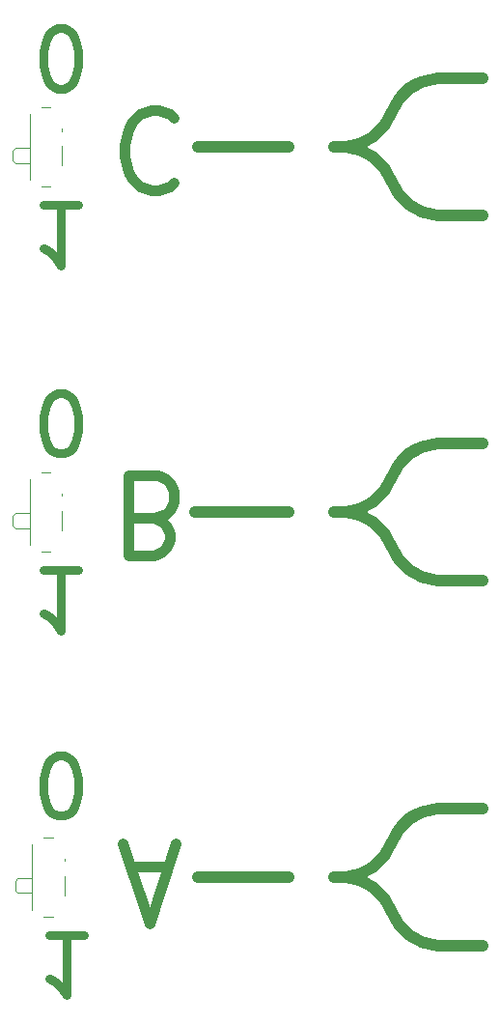
<source format=gbr>
%TF.GenerationSoftware,KiCad,Pcbnew,7.0.8*%
%TF.CreationDate,2024-03-13T10:59:52-04:00*%
%TF.ProjectId,INPUT,494e5055-542e-46b6-9963-61645f706362,rev?*%
%TF.SameCoordinates,Original*%
%TF.FileFunction,Legend,Bot*%
%TF.FilePolarity,Positive*%
%FSLAX46Y46*%
G04 Gerber Fmt 4.6, Leading zero omitted, Abs format (unit mm)*
G04 Created by KiCad (PCBNEW 7.0.8) date 2024-03-13 10:59:52*
%MOMM*%
%LPD*%
G01*
G04 APERTURE LIST*
%ADD10C,1.000000*%
%ADD11C,0.500000*%
%ADD12C,0.960000*%
%ADD13C,0.720000*%
%ADD14C,0.120000*%
%ADD15O,2.600000X2.100000*%
%ADD16O,1.000000X1.700000*%
%ADD17C,0.900000*%
%ADD18R,0.800000X1.000000*%
%ADD19R,1.500000X0.700000*%
G04 APERTURE END LIST*
D10*
X27999997Y-15999956D02*
G75*
G03*
X31999999Y-13000000I-354497J4639356D01*
G01*
X27000000Y-16000000D02*
X28000000Y-16000000D01*
D11*
X36000000Y-74000001D02*
G75*
G03*
X32000001Y-77000000I-500000J-3499999D01*
G01*
D10*
X32000040Y-50999986D02*
G75*
G03*
X28000000Y-48000000I-4354540J-1639414D01*
G01*
X32000040Y-18999986D02*
G75*
G03*
X28000000Y-16000000I-4354540J-1639414D01*
G01*
X36000004Y-10000043D02*
G75*
G03*
X32000000Y-13000000I354496J-4639357D01*
G01*
X27999997Y-79999956D02*
G75*
G03*
X31999999Y-77000000I-354497J4639356D01*
G01*
X27000000Y-48000000D02*
X28000000Y-48000000D01*
X32000040Y-82999986D02*
G75*
G03*
X28000000Y-80000000I-4354540J-1639414D01*
G01*
X40000000Y-42000000D02*
X36000000Y-42000000D01*
D11*
X36000000Y-42000001D02*
G75*
G03*
X32000001Y-45000000I-500000J-3499999D01*
G01*
D10*
X23000000Y-48000000D02*
X14750000Y-48000000D01*
D11*
X36000000Y-10000001D02*
G75*
G03*
X32000001Y-13000000I-500000J-3499999D01*
G01*
D10*
X31999960Y-19000015D02*
G75*
G03*
X36000000Y-22000000I4354540J1639415D01*
G01*
X27999997Y-47999956D02*
G75*
G03*
X31999999Y-45000000I-354497J4639356D01*
G01*
X36000004Y-74000043D02*
G75*
G03*
X32000000Y-77000000I354496J-4639357D01*
G01*
X23000000Y-80000000D02*
X15000000Y-80000000D01*
X31999960Y-83000015D02*
G75*
G03*
X36000000Y-86000000I4354540J1639415D01*
G01*
X27000000Y-80000000D02*
X28000000Y-80000000D01*
X31999960Y-51000015D02*
G75*
G03*
X36000000Y-54000000I4354540J1639415D01*
G01*
X40000000Y-10000000D02*
X36000000Y-10000000D01*
X40000000Y-86000000D02*
X36000000Y-86000000D01*
X23000000Y-16000000D02*
X15000000Y-16000000D01*
X40000000Y-54000000D02*
X36000000Y-54000000D01*
X40000000Y-22000000D02*
X36000000Y-22000000D01*
X40000000Y-74000000D02*
X36000000Y-74000000D01*
X36000004Y-42000043D02*
G75*
G03*
X32000000Y-45000000I354496J-4639357D01*
G01*
D12*
X11252857Y-48480699D02*
X12258571Y-48145461D01*
X12258571Y-48145461D02*
X12593809Y-47810223D01*
X12593809Y-47810223D02*
X12929047Y-47139747D01*
X12929047Y-47139747D02*
X12929047Y-46134033D01*
X12929047Y-46134033D02*
X12593809Y-45463557D01*
X12593809Y-45463557D02*
X12258571Y-45128319D01*
X12258571Y-45128319D02*
X11588095Y-44793080D01*
X11588095Y-44793080D02*
X8906190Y-44793080D01*
X8906190Y-44793080D02*
X8906190Y-51833080D01*
X8906190Y-51833080D02*
X11252857Y-51833080D01*
X11252857Y-51833080D02*
X11923333Y-51497842D01*
X11923333Y-51497842D02*
X12258571Y-51162604D01*
X12258571Y-51162604D02*
X12593809Y-50492128D01*
X12593809Y-50492128D02*
X12593809Y-49821652D01*
X12593809Y-49821652D02*
X12258571Y-49151176D01*
X12258571Y-49151176D02*
X11923333Y-48815938D01*
X11923333Y-48815938D02*
X11252857Y-48480699D01*
X11252857Y-48480699D02*
X8906190Y-48480699D01*
D13*
X5008572Y-85094811D02*
X1991429Y-85094811D01*
X3500000Y-85094811D02*
X3500000Y-90374811D01*
X3500000Y-90374811D02*
X2997143Y-89620525D01*
X2997143Y-89620525D02*
X2494286Y-89117668D01*
X2494286Y-89117668D02*
X1991429Y-88866240D01*
X4508572Y-21094811D02*
X1491429Y-21094811D01*
X3000000Y-21094811D02*
X3000000Y-26374811D01*
X3000000Y-26374811D02*
X2497143Y-25620525D01*
X2497143Y-25620525D02*
X1994286Y-25117668D01*
X1994286Y-25117668D02*
X1491429Y-24866240D01*
X2748572Y-10874811D02*
X3251429Y-10874811D01*
X3251429Y-10874811D02*
X3754286Y-10623382D01*
X3754286Y-10623382D02*
X4005715Y-10371954D01*
X4005715Y-10371954D02*
X4257143Y-9869097D01*
X4257143Y-9869097D02*
X4508572Y-8863382D01*
X4508572Y-8863382D02*
X4508572Y-7606240D01*
X4508572Y-7606240D02*
X4257143Y-6600525D01*
X4257143Y-6600525D02*
X4005715Y-6097668D01*
X4005715Y-6097668D02*
X3754286Y-5846240D01*
X3754286Y-5846240D02*
X3251429Y-5594811D01*
X3251429Y-5594811D02*
X2748572Y-5594811D01*
X2748572Y-5594811D02*
X2245715Y-5846240D01*
X2245715Y-5846240D02*
X1994286Y-6097668D01*
X1994286Y-6097668D02*
X1742857Y-6600525D01*
X1742857Y-6600525D02*
X1491429Y-7606240D01*
X1491429Y-7606240D02*
X1491429Y-8863382D01*
X1491429Y-8863382D02*
X1742857Y-9869097D01*
X1742857Y-9869097D02*
X1994286Y-10371954D01*
X1994286Y-10371954D02*
X2245715Y-10623382D01*
X2245715Y-10623382D02*
X2748572Y-10874811D01*
D12*
X9073809Y-79054509D02*
X12426190Y-79054509D01*
X8403333Y-77043080D02*
X10749999Y-84083080D01*
X10749999Y-84083080D02*
X13096666Y-77043080D01*
D13*
X2748572Y-42874811D02*
X3251429Y-42874811D01*
X3251429Y-42874811D02*
X3754286Y-42623382D01*
X3754286Y-42623382D02*
X4005715Y-42371954D01*
X4005715Y-42371954D02*
X4257143Y-41869097D01*
X4257143Y-41869097D02*
X4508572Y-40863382D01*
X4508572Y-40863382D02*
X4508572Y-39606240D01*
X4508572Y-39606240D02*
X4257143Y-38600525D01*
X4257143Y-38600525D02*
X4005715Y-38097668D01*
X4005715Y-38097668D02*
X3754286Y-37846240D01*
X3754286Y-37846240D02*
X3251429Y-37594811D01*
X3251429Y-37594811D02*
X2748572Y-37594811D01*
X2748572Y-37594811D02*
X2245715Y-37846240D01*
X2245715Y-37846240D02*
X1994286Y-38097668D01*
X1994286Y-38097668D02*
X1742857Y-38600525D01*
X1742857Y-38600525D02*
X1491429Y-39606240D01*
X1491429Y-39606240D02*
X1491429Y-40863382D01*
X1491429Y-40863382D02*
X1742857Y-41869097D01*
X1742857Y-41869097D02*
X1994286Y-42371954D01*
X1994286Y-42371954D02*
X2245715Y-42623382D01*
X2245715Y-42623382D02*
X2748572Y-42874811D01*
D12*
X12929047Y-13463557D02*
X12593809Y-13128319D01*
X12593809Y-13128319D02*
X11588095Y-12793080D01*
X11588095Y-12793080D02*
X10917619Y-12793080D01*
X10917619Y-12793080D02*
X9911904Y-13128319D01*
X9911904Y-13128319D02*
X9241428Y-13798795D01*
X9241428Y-13798795D02*
X8906190Y-14469271D01*
X8906190Y-14469271D02*
X8570952Y-15810223D01*
X8570952Y-15810223D02*
X8570952Y-16815938D01*
X8570952Y-16815938D02*
X8906190Y-18156890D01*
X8906190Y-18156890D02*
X9241428Y-18827366D01*
X9241428Y-18827366D02*
X9911904Y-19497842D01*
X9911904Y-19497842D02*
X10917619Y-19833080D01*
X10917619Y-19833080D02*
X11588095Y-19833080D01*
X11588095Y-19833080D02*
X12593809Y-19497842D01*
X12593809Y-19497842D02*
X12929047Y-19162604D01*
D13*
X2748572Y-74624811D02*
X3251429Y-74624811D01*
X3251429Y-74624811D02*
X3754286Y-74373382D01*
X3754286Y-74373382D02*
X4005715Y-74121954D01*
X4005715Y-74121954D02*
X4257143Y-73619097D01*
X4257143Y-73619097D02*
X4508572Y-72613382D01*
X4508572Y-72613382D02*
X4508572Y-71356240D01*
X4508572Y-71356240D02*
X4257143Y-70350525D01*
X4257143Y-70350525D02*
X4005715Y-69847668D01*
X4005715Y-69847668D02*
X3754286Y-69596240D01*
X3754286Y-69596240D02*
X3251429Y-69344811D01*
X3251429Y-69344811D02*
X2748572Y-69344811D01*
X2748572Y-69344811D02*
X2245715Y-69596240D01*
X2245715Y-69596240D02*
X1994286Y-69847668D01*
X1994286Y-69847668D02*
X1742857Y-70350525D01*
X1742857Y-70350525D02*
X1491429Y-71356240D01*
X1491429Y-71356240D02*
X1491429Y-72613382D01*
X1491429Y-72613382D02*
X1742857Y-73619097D01*
X1742857Y-73619097D02*
X1994286Y-74121954D01*
X1994286Y-74121954D02*
X2245715Y-74373382D01*
X2245715Y-74373382D02*
X2748572Y-74624811D01*
X4508572Y-53094811D02*
X1491429Y-53094811D01*
X3000000Y-53094811D02*
X3000000Y-58374811D01*
X3000000Y-58374811D02*
X2497143Y-57620525D01*
X2497143Y-57620525D02*
X1994286Y-57117668D01*
X1994286Y-57117668D02*
X1491429Y-56866240D01*
D14*
%TO.C,SW1*%
X-795000Y-80100000D02*
X-1005000Y-80300000D01*
X2295000Y-83450000D02*
X1505000Y-83450000D01*
X1505000Y-76550000D02*
X2295000Y-76550000D01*
X3345000Y-78600000D02*
X3345000Y-78400000D01*
X495000Y-82850000D02*
X495000Y-77150000D01*
X3345000Y-81600000D02*
X3345000Y-79900000D01*
X-1005000Y-81200000D02*
X-1005000Y-80300000D01*
X495000Y-81400000D02*
X-795000Y-81400000D01*
X-795000Y-80100000D02*
X495000Y-80100000D01*
X-795000Y-81400000D02*
X-1005000Y-81200000D01*
%TO.C,SW3*%
X-1020000Y-16100000D02*
X270000Y-16100000D01*
X270000Y-17400000D02*
X-1020000Y-17400000D01*
X-1020000Y-17400000D02*
X-1230000Y-17200000D01*
X2070000Y-19450000D02*
X1280000Y-19450000D01*
X3120000Y-17600000D02*
X3120000Y-15900000D01*
X3120000Y-14600000D02*
X3120000Y-14400000D01*
X270000Y-18850000D02*
X270000Y-13150000D01*
X-1020000Y-16100000D02*
X-1230000Y-16300000D01*
X1280000Y-12550000D02*
X2070000Y-12550000D01*
X-1230000Y-17200000D02*
X-1230000Y-16300000D01*
%TO.C,SW2*%
X3120000Y-49600000D02*
X3120000Y-47900000D01*
X-1020000Y-48100000D02*
X270000Y-48100000D01*
X-1230000Y-49200000D02*
X-1230000Y-48300000D01*
X2070000Y-51450000D02*
X1280000Y-51450000D01*
X270000Y-50850000D02*
X270000Y-45150000D01*
X-1020000Y-49400000D02*
X-1230000Y-49200000D01*
X3120000Y-46600000D02*
X3120000Y-46400000D01*
X-1020000Y-48100000D02*
X-1230000Y-48300000D01*
X270000Y-49400000D02*
X-1020000Y-49400000D01*
X1280000Y-44550000D02*
X2070000Y-44550000D01*
%TD*%
%LPC*%
D15*
%TO.C,D1*%
X25000000Y-80000000D03*
%TD*%
%TO.C,D3*%
X25000001Y-16000001D03*
%TD*%
D16*
%TO.C,P1*%
X30482000Y-6467000D03*
X21842000Y-6467000D03*
X21842000Y-2667000D03*
X30482000Y-2667000D03*
%TD*%
D15*
%TO.C,D2*%
X25000000Y-48000000D03*
%TD*%
D17*
%TO.C,SW1*%
X1895000Y-81500000D03*
X1895000Y-78500000D03*
D18*
X3005000Y-76350000D03*
X795000Y-83650000D03*
X3005000Y-83650000D03*
X795000Y-76350000D03*
D19*
X3655000Y-82250000D03*
X3655000Y-79250000D03*
X3655000Y-77750000D03*
%TD*%
D18*
%TO.C,SW3*%
X2780000Y-19650000D03*
X570000Y-19650000D03*
X570000Y-12350000D03*
D17*
X1670000Y-14500000D03*
D18*
X2780000Y-12350000D03*
D17*
X1670000Y-17500000D03*
D19*
X3430000Y-18250000D03*
X3430000Y-15250000D03*
X3430000Y-13750000D03*
%TD*%
D17*
%TO.C,SW2*%
X1670000Y-46500000D03*
D18*
X570000Y-51650000D03*
X2780000Y-51650000D03*
D17*
X1670000Y-49500000D03*
D18*
X570000Y-44350000D03*
X2780000Y-44350000D03*
D19*
X3430000Y-50250000D03*
X3430000Y-47250000D03*
X3430000Y-45750000D03*
%TD*%
%LPD*%
M02*

</source>
